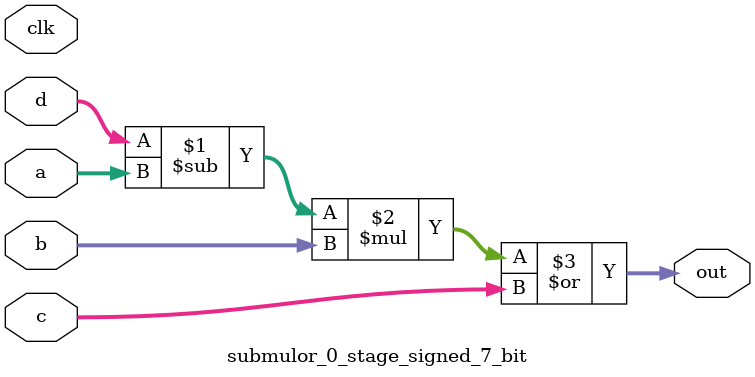
<source format=sv>
(* use_dsp = "yes" *) module submulor_0_stage_signed_7_bit(
	input signed [6:0] a,
	input signed [6:0] b,
	input signed [6:0] c,
	input signed [6:0] d,
	output [6:0] out,
	input clk);

	assign out = ((d - a) * b) | c;
endmodule

</source>
